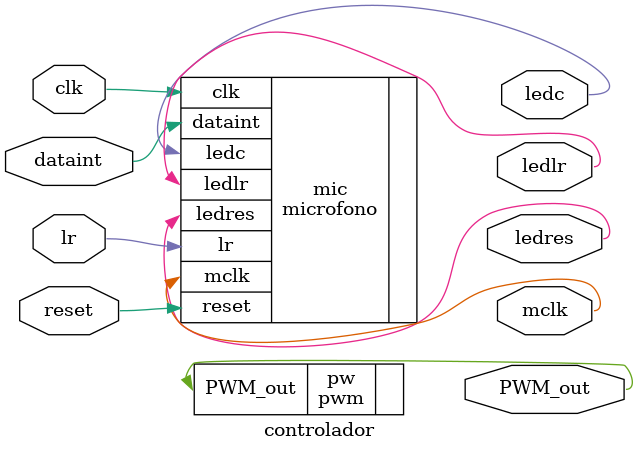
<source format=v>
module controlador
(
	input  		clk, reset,
	output 		ledlr,ledc,
	output 		ledres,
	output		mclk,
	input		lr,
	input		dataint,
	output 		PWM_out
);


microfono mic(.clk(clk),.reset(reset),.mclk(mclk),.lr(lr),.dataint(dataint),.ledres(ledres),.ledlr(ledlr),.ledc(ledc));

pwm pw(.PWM_out(PWM_out));

endmodule

</source>
